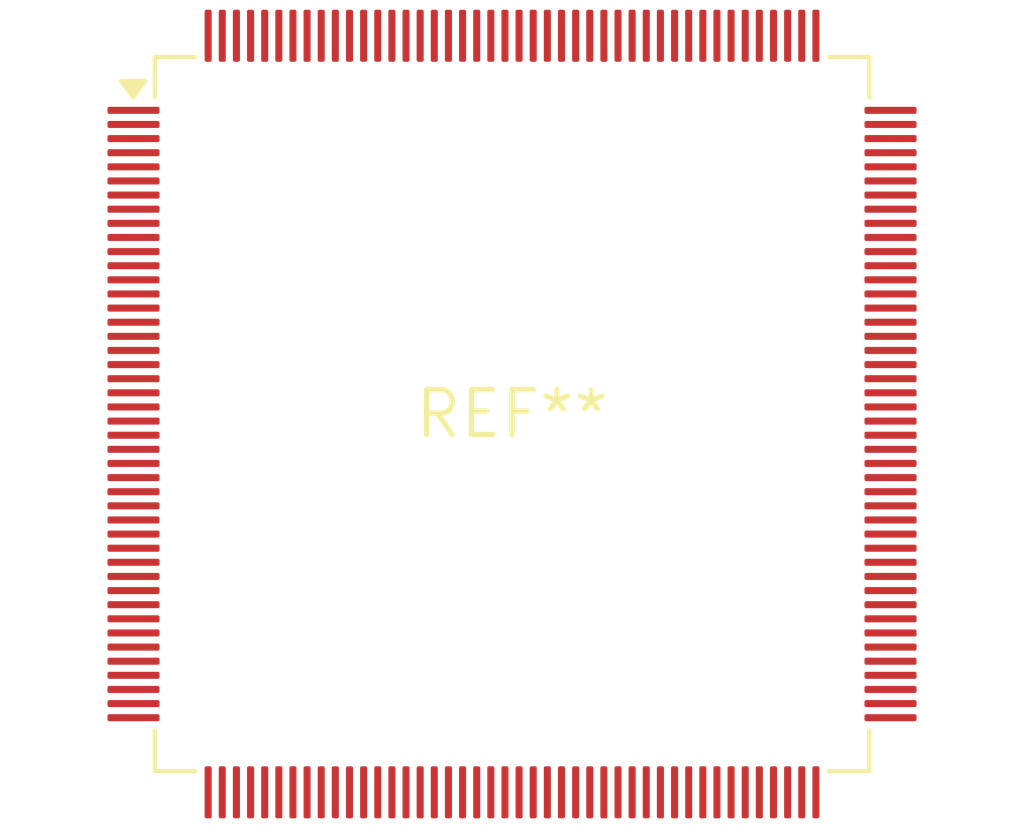
<source format=kicad_pcb>
(kicad_pcb (version 20240108) (generator pcbnew)
  (layers (0 "F.Cu" signal) (31 "B.Cu" signal) (34 "B.Paste" user) (35 "F.Paste" user) (36 "B.SilkS" user "B.Silkscreen") (37 "F.SilkS" user "F.Silkscreen") (38 "B.Mask" user) (39 "F.Mask" user) (44 "Edge.Cuts" user))
  (net 0 "")
  (footprint "LQFP-176_20x20mm_P0.4mm" (layer "F.Cu") (at 0 0)
    (property "Reference" "REF**")
    (property "Value" "LQFP-176_20x20mm_P0.4mm")
    (fp_line (start -10.11 -10.11) (end -10.11 -8.96) (layer "F.SilkS") (stroke (width 0.12)))
    (fp_line (start -10.11 10.11) (end -10.11 8.96) (layer "F.SilkS") (stroke (width 0.12)))
    (fp_line (start -8.96 -10.11) (end -10.11 -10.11) (layer "F.SilkS") (stroke (width 0.12)))
    (fp_line (start -8.96 10.11) (end -10.11 10.11) (layer "F.SilkS") (stroke (width 0.12)))
    (fp_line (start 8.96 -10.11) (end 10.11 -10.11) (layer "F.SilkS") (stroke (width 0.12)))
    (fp_line (start 8.96 10.11) (end 10.11 10.11) (layer "F.SilkS") (stroke (width 0.12)))
    (fp_line (start 10.11 -10.11) (end 10.11 -8.96) (layer "F.SilkS") (stroke (width 0.12)))
    (fp_line (start 10.11 10.11) (end 10.11 8.96) (layer "F.SilkS") (stroke (width 0.12)))
    (fp_poly (pts (xy -10.725 -8.96) (xy -11.065 -9.43) (xy -10.385 -9.43) (xy -10.725 -8.96)) (layer "F.SilkS") (stroke (width 0.12)) (fill solid))
    (pad "1" smd roundrect (at -10.7125 -8.6) (size 1.475 0.2) (layers "F.Cu" "F.Paste" "F.Mask"))
    (pad "2" smd roundrect (at -10.7125 -8.2) (size 1.475 0.2) (layers "F.Cu" "F.Paste" "F.Mask"))
    (pad "3" smd roundrect (at -10.7125 -7.8) (size 1.475 0.2) (layers "F.Cu" "F.Paste" "F.Mask"))
    (pad "4" smd roundrect (at -10.7125 -7.4) (size 1.475 0.2) (layers "F.Cu" "F.Paste" "F.Mask"))
    (pad "5" smd roundrect (at -10.7125 -7) (size 1.475 0.2) (layers "F.Cu" "F.Paste" "F.Mask"))
    (pad "6" smd roundrect (at -10.7125 -6.6) (size 1.475 0.2) (layers "F.Cu" "F.Paste" "F.Mask"))
    (pad "7" smd roundrect (at -10.7125 -6.2) (size 1.475 0.2) (layers "F.Cu" "F.Paste" "F.Mask"))
    (pad "8" smd roundrect (at -10.7125 -5.8) (size 1.475 0.2) (layers "F.Cu" "F.Paste" "F.Mask"))
    (pad "9" smd roundrect (at -10.7125 -5.4) (size 1.475 0.2) (layers "F.Cu" "F.Paste" "F.Mask"))
    (pad "10" smd roundrect (at -10.7125 -5) (size 1.475 0.2) (layers "F.Cu" "F.Paste" "F.Mask"))
    (pad "11" smd roundrect (at -10.7125 -4.6) (size 1.475 0.2) (layers "F.Cu" "F.Paste" "F.Mask"))
    (pad "12" smd roundrect (at -10.7125 -4.2) (size 1.475 0.2) (layers "F.Cu" "F.Paste" "F.Mask"))
    (pad "13" smd roundrect (at -10.7125 -3.8) (size 1.475 0.2) (layers "F.Cu" "F.Paste" "F.Mask"))
    (pad "14" smd roundrect (at -10.7125 -3.4) (size 1.475 0.2) (layers "F.Cu" "F.Paste" "F.Mask"))
    (pad "15" smd roundrect (at -10.7125 -3) (size 1.475 0.2) (layers "F.Cu" "F.Paste" "F.Mask"))
    (pad "16" smd roundrect (at -10.7125 -2.6) (size 1.475 0.2) (layers "F.Cu" "F.Paste" "F.Mask"))
    (pad "17" smd roundrect (at -10.7125 -2.2) (size 1.475 0.2) (layers "F.Cu" "F.Paste" "F.Mask"))
    (pad "18" smd roundrect (at -10.7125 -1.8) (size 1.475 0.2) (layers "F.Cu" "F.Paste" "F.Mask"))
    (pad "19" smd roundrect (at -10.7125 -1.4) (size 1.475 0.2) (layers "F.Cu" "F.Paste" "F.Mask"))
    (pad "20" smd roundrect (at -10.7125 -1) (size 1.475 0.2) (layers "F.Cu" "F.Paste" "F.Mask"))
    (pad "21" smd roundrect (at -10.7125 -0.6) (size 1.475 0.2) (layers "F.Cu" "F.Paste" "F.Mask"))
    (pad "22" smd roundrect (at -10.7125 -0.2) (size 1.475 0.2) (layers "F.Cu" "F.Paste" "F.Mask"))
    (pad "23" smd roundrect (at -10.7125 0.2) (size 1.475 0.2) (layers "F.Cu" "F.Paste" "F.Mask"))
    (pad "24" smd roundrect (at -10.7125 0.6) (size 1.475 0.2) (layers "F.Cu" "F.Paste" "F.Mask"))
    (pad "25" smd roundrect (at -10.7125 1) (size 1.475 0.2) (layers "F.Cu" "F.Paste" "F.Mask"))
    (pad "26" smd roundrect (at -10.7125 1.4) (size 1.475 0.2) (layers "F.Cu" "F.Paste" "F.Mask"))
    (pad "27" smd roundrect (at -10.7125 1.8) (size 1.475 0.2) (layers "F.Cu" "F.Paste" "F.Mask"))
    (pad "28" smd roundrect (at -10.7125 2.2) (size 1.475 0.2) (layers "F.Cu" "F.Paste" "F.Mask"))
    (pad "29" smd roundrect (at -10.7125 2.6) (size 1.475 0.2) (layers "F.Cu" "F.Paste" "F.Mask"))
    (pad "30" smd roundrect (at -10.7125 3) (size 1.475 0.2) (layers "F.Cu" "F.Paste" "F.Mask"))
    (pad "31" smd roundrect (at -10.7125 3.4) (size 1.475 0.2) (layers "F.Cu" "F.Paste" "F.Mask"))
    (pad "32" smd roundrect (at -10.7125 3.8) (size 1.475 0.2) (layers "F.Cu" "F.Paste" "F.Mask"))
    (pad "33" smd roundrect (at -10.7125 4.2) (size 1.475 0.2) (layers "F.Cu" "F.Paste" "F.Mask"))
    (pad "34" smd roundrect (at -10.7125 4.6) (size 1.475 0.2) (layers "F.Cu" "F.Paste" "F.Mask"))
    (pad "35" smd roundrect (at -10.7125 5) (size 1.475 0.2) (layers "F.Cu" "F.Paste" "F.Mask"))
    (pad "36" smd roundrect (at -10.7125 5.4) (size 1.475 0.2) (layers "F.Cu" "F.Paste" "F.Mask"))
    (pad "37" smd roundrect (at -10.7125 5.8) (size 1.475 0.2) (layers "F.Cu" "F.Paste" "F.Mask"))
    (pad "38" smd roundrect (at -10.7125 6.2) (size 1.475 0.2) (layers "F.Cu" "F.Paste" "F.Mask"))
    (pad "39" smd roundrect (at -10.7125 6.6) (size 1.475 0.2) (layers "F.Cu" "F.Paste" "F.Mask"))
    (pad "40" smd roundrect (at -10.7125 7) (size 1.475 0.2) (layers "F.Cu" "F.Paste" "F.Mask"))
    (pad "41" smd roundrect (at -10.7125 7.4) (size 1.475 0.2) (layers "F.Cu" "F.Paste" "F.Mask"))
    (pad "42" smd roundrect (at -10.7125 7.8) (size 1.475 0.2) (layers "F.Cu" "F.Paste" "F.Mask"))
    (pad "43" smd roundrect (at -10.7125 8.2) (size 1.475 0.2) (layers "F.Cu" "F.Paste" "F.Mask"))
    (pad "44" smd roundrect (at -10.7125 8.6) (size 1.475 0.2) (layers "F.Cu" "F.Paste" "F.Mask"))
    (pad "45" smd roundrect (at -8.6 10.7125) (size 0.2 1.475) (layers "F.Cu" "F.Paste" "F.Mask"))
    (pad "46" smd roundrect (at -8.2 10.7125) (size 0.2 1.475) (layers "F.Cu" "F.Paste" "F.Mask"))
    (pad "47" smd roundrect (at -7.8 10.7125) (size 0.2 1.475) (layers "F.Cu" "F.Paste" "F.Mask"))
    (pad "48" smd roundrect (at -7.4 10.7125) (size 0.2 1.475) (layers "F.Cu" "F.Paste" "F.Mask"))
    (pad "49" smd roundrect (at -7 10.7125) (size 0.2 1.475) (layers "F.Cu" "F.Paste" "F.Mask"))
    (pad "50" smd roundrect (at -6.6 10.7125) (size 0.2 1.475) (layers "F.Cu" "F.Paste" "F.Mask"))
    (pad "51" smd roundrect (at -6.2 10.7125) (size 0.2 1.475) (layers "F.Cu" "F.Paste" "F.Mask"))
    (pad "52" smd roundrect (at -5.8 10.7125) (size 0.2 1.475) (layers "F.Cu" "F.Paste" "F.Mask"))
    (pad "53" smd roundrect (at -5.4 10.7125) (size 0.2 1.475) (layers "F.Cu" "F.Paste" "F.Mask"))
    (pad "54" smd roundrect (at -5 10.7125) (size 0.2 1.475) (layers "F.Cu" "F.Paste" "F.Mask"))
    (pad "55" smd roundrect (at -4.6 10.7125) (size 0.2 1.475) (layers "F.Cu" "F.Paste" "F.Mask"))
    (pad "56" smd roundrect (at -4.2 10.7125) (size 0.2 1.475) (layers "F.Cu" "F.Paste" "F.Mask"))
    (pad "57" smd roundrect (at -3.8 10.7125) (size 0.2 1.475) (layers "F.Cu" "F.Paste" "F.Mask"))
    (pad "58" smd roundrect (at -3.4 10.7125) (size 0.2 1.475) (layers "F.Cu" "F.Paste" "F.Mask"))
    (pad "59" smd roundrect (at -3 10.7125) (size 0.2 1.475) (layers "F.Cu" "F.Paste" "F.Mask"))
    (pad "60" smd roundrect (at -2.6 10.7125) (size 0.2 1.475) (layers "F.Cu" "F.Paste" "F.Mask"))
    (pad "61" smd roundrect (at -2.2 10.7125) (size 0.2 1.475) (layers "F.Cu" "F.Paste" "F.Mask"))
    (pad "62" smd roundrect (at -1.8 10.7125) (size 0.2 1.475) (layers "F.Cu" "F.Paste" "F.Mask"))
    (pad "63" smd roundrect (at -1.4 10.7125) (size 0.2 1.475) (layers "F.Cu" "F.Paste" "F.Mask"))
    (pad "64" smd roundrect (at -1 10.7125) (size 0.2 1.475) (layers "F.Cu" "F.Paste" "F.Mask"))
    (pad "65" smd roundrect (at -0.6 10.7125) (size 0.2 1.475) (layers "F.Cu" "F.Paste" "F.Mask"))
    (pad "66" smd roundrect (at -0.2 10.7125) (size 0.2 1.475) (layers "F.Cu" "F.Paste" "F.Mask"))
    (pad "67" smd roundrect (at 0.2 10.7125) (size 0.2 1.475) (layers "F.Cu" "F.Paste" "F.Mask"))
    (pad "68" smd roundrect (at 0.6 10.7125) (size 0.2 1.475) (layers "F.Cu" "F.Paste" "F.Mask"))
    (pad "69" smd roundrect (at 1 10.7125) (size 0.2 1.475) (layers "F.Cu" "F.Paste" "F.Mask"))
    (pad "70" smd roundrect (at 1.4 10.7125) (size 0.2 1.475) (layers "F.Cu" "F.Paste" "F.Mask"))
    (pad "71" smd roundrect (at 1.8 10.7125) (size 0.2 1.475) (layers "F.Cu" "F.Paste" "F.Mask"))
    (pad "72" smd roundrect (at 2.2 10.7125) (size 0.2 1.475) (layers "F.Cu" "F.Paste" "F.Mask"))
    (pad "73" smd roundrect (at 2.6 10.7125) (size 0.2 1.475) (layers "F.Cu" "F.Paste" "F.Mask"))
    (pad "74" smd roundrect (at 3 10.7125) (size 0.2 1.475) (layers "F.Cu" "F.Paste" "F.Mask"))
    (pad "75" smd roundrect (at 3.4 10.7125) (size 0.2 1.475) (layers "F.Cu" "F.Paste" "F.Mask"))
    (pad "76" smd roundrect (at 3.8 10.7125) (size 0.2 1.475) (layers "F.Cu" "F.Paste" "F.Mask"))
    (pad "77" smd roundrect (at 4.2 10.7125) (size 0.2 1.475) (layers "F.Cu" "F.Paste" "F.Mask"))
    (pad "78" smd roundrect (at 4.6 10.7125) (size 0.2 1.475) (layers "F.Cu" "F.Paste" "F.Mask"))
    (pad "79" smd roundrect (at 5 10.7125) (size 0.2 1.475) (layers "F.Cu" "F.Paste" "F.Mask"))
    (pad "80" smd roundrect (at 5.4 10.7125) (size 0.2 1.475) (layers "F.Cu" "F.Paste" "F.Mask"))
    (pad "81" smd roundrect (at 5.8 10.7125) (size 0.2 1.475) (layers "F.Cu" "F.Paste" "F.Mask"))
    (pad "82" smd roundrect (at 6.2 10.7125) (size 0.2 1.475) (layers "F.Cu" "F.Paste" "F.Mask"))
    (pad "83" smd roundrect (at 6.6 10.7125) (size 0.2 1.475) (layers "F.Cu" "F.Paste" "F.Mask"))
    (pad "84" smd roundrect (at 7 10.7125) (size 0.2 1.475) (layers "F.Cu" "F.Paste" "F.Mask"))
    (pad "85" smd roundrect (at 7.4 10.7125) (size 0.2 1.475) (layers "F.Cu" "F.Paste" "F.Mask"))
    (pad "86" smd roundrect (at 7.8 10.7125) (size 0.2 1.475) (layers "F.Cu" "F.Paste" "F.Mask"))
    (pad "87" smd roundrect (at 8.2 10.7125) (size 0.2 1.475) (layers "F.Cu" "F.Paste" "F.Mask"))
    (pad "88" smd roundrect (at 8.6 10.7125) (size 0.2 1.475) (layers "F.Cu" "F.Paste" "F.Mask"))
    (pad "89" smd roundrect (at 10.7125 8.6) (size 1.475 0.2) (layers "F.Cu" "F.Paste" "F.Mask"))
    (pad "90" smd roundrect (at 10.7125 8.2) (size 1.475 0.2) (layers "F.Cu" "F.Paste" "F.Mask"))
    (pad "91" smd roundrect (at 10.7125 7.8) (size 1.475 0.2) (layers "F.Cu" "F.Paste" "F.Mask"))
    (pad "92" smd roundrect (at 10.7125 7.4) (size 1.475 0.2) (layers "F.Cu" "F.Paste" "F.Mask"))
    (pad "93" smd roundrect (at 10.7125 7) (size 1.475 0.2) (layers "F.Cu" "F.Paste" "F.Mask"))
    (pad "94" smd roundrect (at 10.7125 6.6) (size 1.475 0.2) (layers "F.Cu" "F.Paste" "F.Mask"))
    (pad "95" smd roundrect (at 10.7125 6.2) (size 1.475 0.2) (layers "F.Cu" "F.Paste" "F.Mask"))
    (pad "96" smd roundrect (at 10.7125 5.8) (size 1.475 0.2) (layers "F.Cu" "F.Paste" "F.Mask"))
    (pad "97" smd roundrect (at 10.7125 5.4) (size 1.475 0.2) (layers "F.Cu" "F.Paste" "F.Mask"))
    (pad "98" smd roundrect (at 10.7125 5) (size 1.475 0.2) (layers "F.Cu" "F.Paste" "F.Mask"))
    (pad "99" smd roundrect (at 10.7125 4.6) (size 1.475 0.2) (layers "F.Cu" "F.Paste" "F.Mask"))
    (pad "100" smd roundrect (at 10.7125 4.2) (size 1.475 0.2) (layers "F.Cu" "F.Paste" "F.Mask"))
    (pad "101" smd roundrect (at 10.7125 3.8) (size 1.475 0.2) (layers "F.Cu" "F.Paste" "F.Mask"))
    (pad "102" smd roundrect (at 10.7125 3.4) (size 1.475 0.2) (layers "F.Cu" "F.Paste" "F.Mask"))
    (pad "103" smd roundrect (at 10.7125 3) (size 1.475 0.2) (layers "F.Cu" "F.Paste" "F.Mask"))
    (pad "104" smd roundrect (at 10.7125 2.6) (size 1.475 0.2) (layers "F.Cu" "F.Paste" "F.Mask"))
    (pad "105" smd roundrect (at 10.7125 2.2) (size 1.475 0.2) (layers "F.Cu" "F.Paste" "F.Mask"))
    (pad "106" smd roundrect (at 10.7125 1.8) (size 1.475 0.2) (layers "F.Cu" "F.Paste" "F.Mask"))
    (pad "107" smd roundrect (at 10.7125 1.4) (size 1.475 0.2) (layers "F.Cu" "F.Paste" "F.Mask"))
    (pad "108" smd roundrect (at 10.7125 1) (size 1.475 0.2) (layers "F.Cu" "F.Paste" "F.Mask"))
    (pad "109" smd roundrect (at 10.7125 0.6) (size 1.475 0.2) (layers "F.Cu" "F.Paste" "F.Mask"))
    (pad "110" smd roundrect (at 10.7125 0.2) (size 1.475 0.2) (layers "F.Cu" "F.Paste" "F.Mask"))
    (pad "111" smd roundrect (at 10.7125 -0.2) (size 1.475 0.2) (layers "F.Cu" "F.Paste" "F.Mask"))
    (pad "112" smd roundrect (at 10.7125 -0.6) (size 1.475 0.2) (layers "F.Cu" "F.Paste" "F.Mask"))
    (pad "113" smd roundrect (at 10.7125 -1) (size 1.475 0.2) (layers "F.Cu" "F.Paste" "F.Mask"))
    (pad "114" smd roundrect (at 10.7125 -1.4) (size 1.475 0.2) (layers "F.Cu" "F.Paste" "F.Mask"))
    (pad "115" smd roundrect (at 10.7125 -1.8) (size 1.475 0.2) (layers "F.Cu" "F.Paste" "F.Mask"))
    (pad "116" smd roundrect (at 10.7125 -2.2) (size 1.475 0.2) (layers "F.Cu" "F.Paste" "F.Mask"))
    (pad "117" smd roundrect (at 10.7125 -2.6) (size 1.475 0.2) (layers "F.Cu" "F.Paste" "F.Mask"))
    (pad "118" smd roundrect (at 10.7125 -3) (size 1.475 0.2) (layers "F.Cu" "F.Paste" "F.Mask"))
    (pad "119" smd roundrect (at 10.7125 -3.4) (size 1.475 0.2) (layers "F.Cu" "F.Paste" "F.Mask"))
    (pad "120" smd roundrect (at 10.7125 -3.8) (size 1.475 0.2) (layers "F.Cu" "F.Paste" "F.Mask"))
    (pad "121" smd roundrect (at 10.7125 -4.2) (size 1.475 0.2) (layers "F.Cu" "F.Paste" "F.Mask"))
    (pad "122" smd roundrect (at 10.7125 -4.6) (size 1.475 0.2) (layers "F.Cu" "F.Paste" "F.Mask"))
    (pad "123" smd roundrect (at 10.7125 -5) (size 1.475 0.2) (layers "F.Cu" "F.Paste" "F.Mask"))
    (pad "124" smd roundrect (at 10.7125 -5.4) (size 1.475 0.2) (layers "F.Cu" "F.Paste" "F.Mask"))
    (pad "125" smd roundrect (at 10.7125 -5.8) (size 1.475 0.2) (layers "F.Cu" "F.Paste" "F.Mask"))
    (pad "126" smd roundrect (at 10.7125 -6.2) (size 1.475 0.2) (layers "F.Cu" "F.Paste" "F.Mask"))
    (pad "127" smd roundrect (at 10.7125 -6.6) (size 1.475 0.2) (layers "F.Cu" "F.Paste" "F.Mask"))
    (pad "128" smd roundrect (at 10.7125 -7) (size 1.475 0.2) (layers "F.Cu" "F.Paste" "F.Mask"))
    (pad "129" smd roundrect (at 10.7125 -7.4) (size 1.475 0.2) (layers "F.Cu" "F.Paste" "F.Mask"))
    (pad "130" smd roundrect (at 10.7125 -7.8) (size 1.475 0.2) (layers "F.Cu" "F.Paste" "F.Mask"))
    (pad "131" smd roundrect (at 10.7125 -8.2) (size 1.475 0.2) (layers "F.Cu" "F.Paste" "F.Mask"))
    (pad "132" smd roundrect (at 10.7125 -8.6) (size 1.475 0.2) (layers "F.Cu" "F.Paste" "F.Mask"))
    (pad "133" smd roundrect (at 8.6 -10.7125) (size 0.2 1.475) (layers "F.Cu" "F.Paste" "F.Mask"))
    (pad "134" smd roundrect (at 8.2 -10.7125) (size 0.2 1.475) (layers "F.Cu" "F.Paste" "F.Mask"))
    (pad "135" smd roundrect (at 7.8 -10.7125) (size 0.2 1.475) (layers "F.Cu" "F.Paste" "F.Mask"))
    (pad "136" smd roundrect (at 7.4 -10.7125) (size 0.2 1.475) (layers "F.Cu" "F.Paste" "F.Mask"))
    (pad "137" smd roundrect (at 7 -10.7125) (size 0.2 1.475) (layers "F.Cu" "F.Paste" "F.Mask"))
    (pad "138" smd roundrect (at 6.6 -10.7125) (size 0.2 1.475) (layers "F.Cu" "F.Paste" "F.Mask"))
    (pad "139" smd roundrect (at 6.2 -10.7125) (size 0.2 1.475) (layers "F.Cu" "F.Paste" "F.Mask"))
    (pad "140" smd roundrect (at 5.8 -10.7125) (size 0.2 1.475) (layers "F.Cu" "F.Paste" "F.Mask"))
    (pad "141" smd roundrect (at 5.4 -10.7125) (size 0.2 1.475) (layers "F.Cu" "F.Paste" "F.Mask"))
    (pad "142" smd roundrect (at 5 -10.7125) (size 0.2 1.475) (layers "F.Cu" "F.Paste" "F.Mask"))
    (pad "143" smd roundrect (at 4.6 -10.7125) (size 0.2 1.475) (layers "F.Cu" "F.Paste" "F.Mask"))
    (pad "144" smd roundrect (at 4.2 -10.7125) (size 0.2 1.475) (layers "F.Cu" "F.Paste" "F.Mask"))
    (pad "145" smd roundrect (at 3.8 -10.7125) (size 0.2 1.475) (layers "F.Cu" "F.Paste" "F.Mask"))
    (pad "146" smd roundrect (at 3.4 -10.7125) (size 0.2 1.475) (layers "F.Cu" "F.Paste" "F.Mask"))
    (pad "147" smd roundrect (at 3 -10.7125) (size 0.2 1.475) (layers "F.Cu" "F.Paste" "F.Mask"))
    (pad "148" smd roundrect (at 2.6 -10.7125) (size 0.2 1.475) (layers "F.Cu" "F.Paste" "F.Mask"))
    (pad "149" smd roundrect (at 2.2 -10.7125) (size 0.2 1.475) (layers "F.Cu" "F.Paste" "F.Mask"))
    (pad "150" smd roundrect (at 1.8 -10.7125) (size 0.2 1.475) (layers "F.Cu" "F.Paste" "F.Mask"))
    (pad "151" smd roundrect (at 1.4 -10.7125) (size 0.2 1.475) (layers "F.Cu" "F.Paste" "F.Mask"))
    (pad "152" smd roundrect (at 1 -10.7125) (size 0.2 1.475) (layers "F.Cu" "F.Paste" "F.Mask"))
    (pad "153" smd roundrect (at 0.6 -10.7125) (size 0.2 1.475) (layers "F.Cu" "F.Paste" "F.Mask"))
    (pad "154" smd roundrect (at 0.2 -10.7125) (size 0.2 1.475) (layers "F.Cu" "F.Paste" "F.Mask"))
    (pad "155" smd roundrect (at -0.2 -10.7125) (size 0.2 1.475) (layers "F.Cu" "F.Paste" "F.Mask"))
    (pad "156" smd roundrect (at -0.6 -10.7125) (size 0.2 1.475) (layers "F.Cu" "F.Paste" "F.Mask"))
    (pad "157" smd roundrect (at -1 -10.7125) (size 0.2 1.475) (layers "F.Cu" "F.Paste" "F.Mask"))
    (pad "158" smd roundrect (at -1.4 -10.7125) (size 0.2 1.475) (layers "F.Cu" "F.Paste" "F.Mask"))
    (pad "159" smd roundrect (at -1.8 -10.7125) (size 0.2 1.475) (layers "F.Cu" "F.Paste" "F.Mask"))
    (pad "160" smd roundrect (at -2.2 -10.7125) (size 0.2 1.475) (layers "F.Cu" "F.Paste" "F.Mask"))
    (pad "161" smd roundrect (at -2.6 -10.7125) (size 0.2 1.475) (layers "F.Cu" "F.Paste" "F.Mask"))
    (pad "162" smd roundrect (at -3 -10.7125) (size 0.2 1.475) (layers "F.Cu" "F.Paste" "F.Mask"))
    (pad "163" smd roundrect (at -3.4 -10.7125) (size 0.2 1.475) (layers "F.Cu" "F.Paste" "F.Mask"))
    (pad "164" smd roundrect (at -3.8 -10.7125) (size 0.2 1.475) (layers "F.Cu" "F.Paste" "F.Mask"))
    (pad "165" smd roundrect (at -4.2 -10.7125) (size 0.2 1.475) (layers "F.Cu" "F.Paste" "F.Mask"))
    (pad "166" smd roundrect (at -4.6 -10.7125) (size 0.2 1.475) (layers "F.Cu" "F.Paste" "F.Mask"))
    (pad "167" smd roundrect (at -5 -10.7125) (size 0.2 1.475) (layers "F.Cu" "F.Paste" "F.Mask"))
    (pad "168" smd roundrect (at -5.4 -10.7125) (size 0.2 1.475) (layers "F.Cu" "F.Paste" "F.Mask"))
    (pad "169" smd roundrect (at -5.8 -10.7125) (size 0.2 1.475) (layers "F.Cu" "F.Paste" "F.Mask"))
    (pad "170" smd roundrect (at -6.2 -10.7125) (size 0.2 1.475) (layers "F.Cu" "F.Paste" "F.Mask"))
    (pad "171" smd roundrect (at -6.6 -10.7125) (size 0.2 1.475) (layers "F.Cu" "F.Paste" "F.Mask"))
    (pad "172" smd roundrect (at -7 -10.7125) (size 0.2 1.475) (layers "F.Cu" "F.Paste" "F.Mask"))
    (pad "173" smd roundrect (at -7.4 -10.7125) (size 0.2 1.475) (layers "F.Cu" "F.Paste" "F.Mask"))
    (pad "174" smd roundrect (at -7.8 -10.7125) (size 0.2 1.475) (layers "F.Cu" "F.Paste" "F.Mask"))
    (pad "175" smd roundrect (at -8.2 -10.7125) (size 0.2 1.475) (layers "F.Cu" "F.Paste" "F.Mask"))
    (pad "176" smd roundrect (at -8.6 -10.7125) (size 0.2 1.475) (layers "F.Cu" "F.Paste" "F.Mask"))
  )
)
</source>
